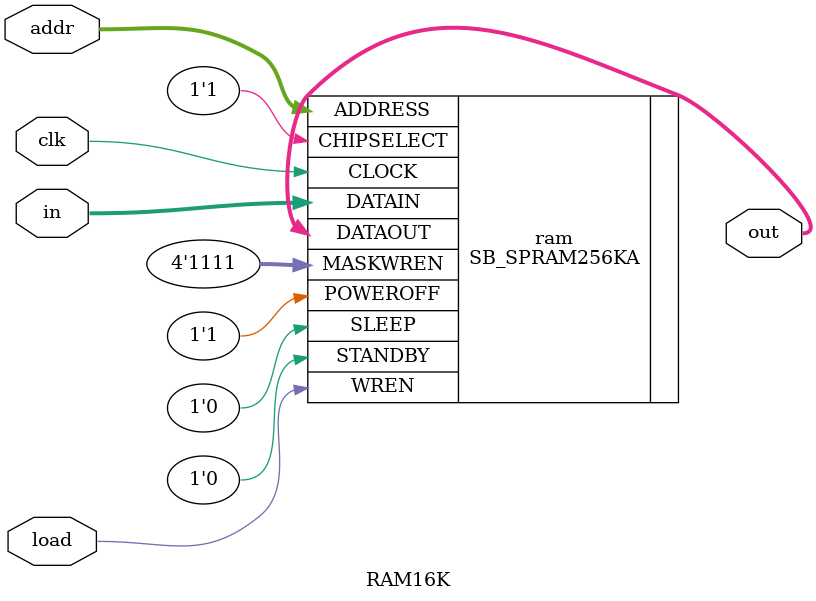
<source format=v>
`default_nettype none

module RAM16K(
  output wire[15:0] out,
  input wire clk,
  input wire load,
  input wire[13:0] addr,
  input wire[15:0] in);


  SB_SPRAM256KA ram(.DATAOUT(out),

                    .CLOCK(clk),
                    .WREN(load),

                    .ADDRESS(addr),
                    .DATAIN(in),

                    .MASKWREN(4'b1111),
                    .CHIPSELECT(1'b1),
                    .STANDBY(1'b0),
                    .SLEEP(1'b0),
                    .POWEROFF(1'b1));

endmodule


</source>
